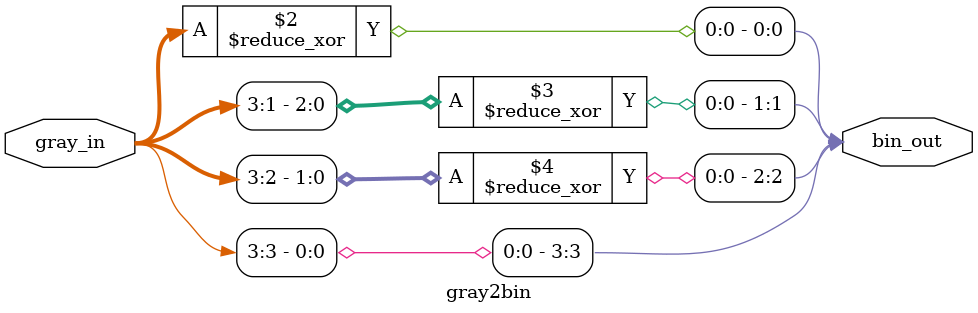
<source format=sv>
parameter DATA_WIDTH = 8;
parameter PTR_WIDTH = 4;
parameter FIFO_DEPTH = 16;

// SYNC_BRIDGE MODULE
module  sync_bridge #(DATA_WIDTH = 8) (
			     input  logic clka,
			     input  logic clkb,
			     input  logic resetb_clkb,
			     input  logic data_req_clkb,
			     input  logic data_valid_clka,
			     output logic data_req_clka,
			     output logic data_valid_clkb,
			     input  logic [DATA_WIDTH-1:0] din_clka,
			     output logic [DATA_WIDTH-1:0] dout_clkb
			     );
  
	// Internal logic signals
	logic data_req_clkb_sync;
	logic resetb_clka;
	logic enable_write;
	logic fifo_full;
	logic fifo_empty;


        // Reset Synchronization
	dff_sync #(.WIDTH(1)) resetb_sync
	(
	.clk(clka),
	.resetb(resetb_clkb),
	.d(1'b1),
        .q(resetb_clka));


	// Synchronize data_req_clkb to clka domain
 	always_ff @ (posedge clkb or negedge resetb_clkb)
		if(~resetb_clkb)
			data_req_clkb_sync <= 1'b0;
		else
			data_req_clkb_sync <= data_req_clkb;


	dff_sync #(.WIDTH(1)) data_req_sync(
	.clk(clka),
	.resetb(resetb_clka),
	.d(data_req_clkb_sync),
	.q(data_req_clka));	


	// Write enable logic
	assign enable_write = ~fifo_full & data_valid_clka & resetb_clka & resetb_clkb;

    
	always_ff @ (posedge clkb or negedge resetb_clkb)
		if(~resetb_clkb)
			data_valid_clkb <= 1'b0;
		else
			data_valid_clkb <= ~fifo_empty;
	
	
	// Instantiate Asynchronous FIFO
	async_fifo #(.FIFO_DEPTH(16)) gna_fifo
			   (.wr_clk(clka),
	  		    .rd_clk(clkb),
			    .wr_resetb(resetb_clka),
                            .rd_resetb(resetb_clkb),
			    .wr_en(enable_write),
		            .rd_en(1'b1),
			    .wr_full(fifo_full),
		            .rd_empty(fifo_empty),
			    .wr_data(din_clka),	
		            .rd_data(dout_clkb)												);
endmodule // sync_bridge

// ASYNC_FIFO MODULE
module async_fifo #(FIFO_DEPTH = 16) (
			     input  logic wr_clk,
			     input  logic rd_clk,
			     input  logic wr_resetb,
			     input  logic rd_resetb,
			     input  logic wr_en,
			     input  logic rd_en,
			     output logic wr_full,
			     output logic rd_empty,
			     input  logic [DATA_WIDTH-1:0] wr_data,
			     output logic [DATA_WIDTH-1:0] rd_data
			     );

	logic [PTR_WIDTH-1:0] wr_ptr_bin;                 
	logic [PTR_WIDTH-1:0] wr_ptr_gray;                 
	logic [PTR_WIDTH-1:0] rd_ptr_bin;                  
	logic [PTR_WIDTH-1:0] rd_ptr_gray;                
	logic [PTR_WIDTH-1:0] wr_bin_ptr_next;            
	logic [PTR_WIDTH-1:0] rd_bin_ptr_next;             

	logic [PTR_WIDTH-1:0] wr_gray_ptr_comparator;	   
	logic [PTR_WIDTH-1:0] rd_gray_ptr_comparator;	   

	logic [PTR_WIDTH-1:0] wr_bin_ptr_comparator; 	   
	logic [PTR_WIDTH-1:0] rd_bin_ptr_comparator; 	   	

	
	bin2gray #(.PTR_WIDTH(4)) rd_ptr_b2g      
	(.bin_in(rd_ptr_bin),
	.gray_out(rd_ptr_gray));

	bin2gray #(.PTR_WIDTH(4)) wr_ptr_b2g      
	(.bin_in(wr_ptr_bin),
	.gray_out(wr_ptr_gray));



	

	// Create memory
	logic [DATA_WIDTH-1:0] mem[FIFO_DEPTH-1:0];       

	// Write memory
	always_ff @ (posedge wr_clk)
		if(wr_en & ~wr_full)
			mem[wr_ptr_bin] <= wr_data;

	// Read memory
	assign rd_data = (wr_resetb&rd_resetb) ? mem[rd_ptr_bin] : 8'b0;

	// wr_ptr increment
	always_ff@(posedge wr_clk or negedge wr_resetb)
		if(~wr_resetb)
			 wr_ptr_bin <= 4'b0;   
		else if (wr_en & ~ wr_full)
			wr_ptr_bin <= wr_bin_ptr_next;

	// rd_ptr increment
	always_ff@(posedge rd_clk or negedge rd_resetb)
		if(~rd_resetb)
			 rd_ptr_bin <= 4'b1111;     
		else if (rd_en & ~ rd_empty)
			rd_ptr_bin <= rd_bin_ptr_next;

	
	always_comb
		begin
			if(wr_ptr_bin < 4'b1111)
				wr_bin_ptr_next = wr_ptr_bin + 4'b0001;
			else
				wr_bin_ptr_next = 4'b0000;
			if(rd_ptr_bin < 4'b1111)
				rd_bin_ptr_next = rd_ptr_bin + 4'b0001;
			else
				rd_bin_ptr_next = 4'b0000;
		end

	dff_sync #(.WIDTH(4)) wr_ptr_sync 
		(.clk(rd_clk),
		.resetb(rd_resetb),
		.d(wr_ptr_gray),
		.q(wr_gray_ptr_comparator));

	gray2bin #(.PTR_WIDTH(4)) wr_comp_g2b
		(.gray_in(wr_gray_ptr_comparator),
		.bin_out(wr_bin_ptr_comparator));


	dff_sync #(.WIDTH(4)) rd_ptr_sync
		(.clk(wr_clk),
		.resetb(wr_resetb),
		.d(rd_ptr_gray),
		.q(rd_gray_ptr_comparator));

	gray2bin #(.PTR_WIDTH(4)) rd_comp_g2b
		(.gray_in(rd_gray_ptr_comparator),
		.bin_out(rd_bin_ptr_comparator));

	assign wr_full = (wr_bin_ptr_next == rd_bin_ptr_comparator);
	assign rd_empty = (rd_bin_ptr_next == wr_bin_ptr_comparator);

endmodule // async_fifo


module bin2gray #(PTR_WIDTH = 4)
		 (
		   input  logic [PTR_WIDTH-1:0]   bin_in,
		   output logic [PTR_WIDTH-1:0]   gray_out
		);

	function [PTR_WIDTH-1:0] binary2gray;
      		input [PTR_WIDTH-1:0] value;
      		integer idx;
     		begin 
       			  binary2gray[PTR_WIDTH-1] = value[PTR_WIDTH-1];
       			  for (idx = PTR_WIDTH-1; idx > 0; idx = idx - 1)
         			   binary2gray[idx - 1] = value[idx] ^ value[idx - 1];
     		end
   	endfunction // binary2gray

   	assign gray_out = binary2gray(bin_in);

endmodule //bin2gray


module gray2bin #(PTR_WIDTH = 4)
		 (
		   input  logic [PTR_WIDTH-1:0]   gray_in,
		   output logic [PTR_WIDTH-1:0]   bin_out
		);
	
	genvar idx;          		  
	generate 
     	for (idx=0; idx < PTR_WIDTH; idx = idx + 1) begin
        assign bin_out[idx] = ^ gray_in[PTR_WIDTH-1:idx];
      	end
   	endgenerate

endmodule //gray2bin
</source>
